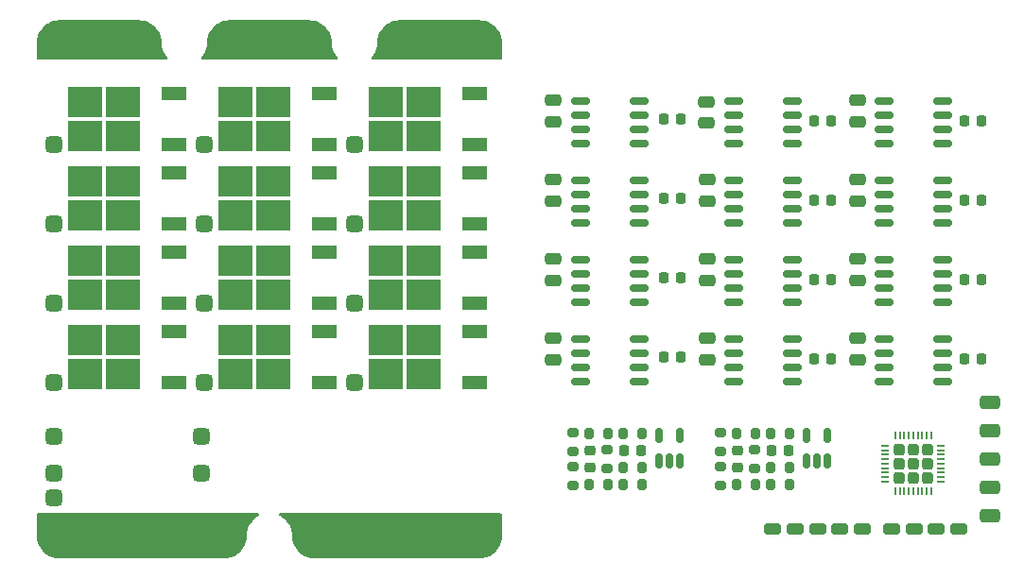
<source format=gbr>
%TF.GenerationSoftware,KiCad,Pcbnew,6.0.9-1.fc36*%
%TF.CreationDate,2022-11-17T16:54:59+00:00*%
%TF.ProjectId,esc,6573632e-6b69-4636-9164-5f7063625858,rev?*%
%TF.SameCoordinates,Original*%
%TF.FileFunction,Paste,Top*%
%TF.FilePolarity,Positive*%
%FSLAX46Y46*%
G04 Gerber Fmt 4.6, Leading zero omitted, Abs format (unit mm)*
G04 Created by KiCad (PCBNEW 6.0.9-1.fc36) date 2022-11-17 16:54:59*
%MOMM*%
%LPD*%
G01*
G04 APERTURE LIST*
G04 Aperture macros list*
%AMRoundRect*
0 Rectangle with rounded corners*
0 $1 Rounding radius*
0 $2 $3 $4 $5 $6 $7 $8 $9 X,Y pos of 4 corners*
0 Add a 4 corners polygon primitive as box body*
4,1,4,$2,$3,$4,$5,$6,$7,$8,$9,$2,$3,0*
0 Add four circle primitives for the rounded corners*
1,1,$1+$1,$2,$3*
1,1,$1+$1,$4,$5*
1,1,$1+$1,$6,$7*
1,1,$1+$1,$8,$9*
0 Add four rect primitives between the rounded corners*
20,1,$1+$1,$2,$3,$4,$5,0*
20,1,$1+$1,$4,$5,$6,$7,0*
20,1,$1+$1,$6,$7,$8,$9,0*
20,1,$1+$1,$8,$9,$2,$3,0*%
G04 Aperture macros list end*
%ADD10RoundRect,0.150000X0.675000X0.150000X-0.675000X0.150000X-0.675000X-0.150000X0.675000X-0.150000X0*%
%ADD11RoundRect,0.200000X0.200000X0.275000X-0.200000X0.275000X-0.200000X-0.275000X0.200000X-0.275000X0*%
%ADD12RoundRect,0.225000X0.225000X0.250000X-0.225000X0.250000X-0.225000X-0.250000X0.225000X-0.250000X0*%
%ADD13R,3.050000X2.750000*%
%ADD14R,2.200000X1.200000*%
%ADD15RoundRect,0.375000X-0.375000X-0.375000X0.375000X-0.375000X0.375000X0.375000X-0.375000X0.375000X0*%
%ADD16RoundRect,0.250000X0.475000X-0.250000X0.475000X0.250000X-0.475000X0.250000X-0.475000X-0.250000X0*%
%ADD17RoundRect,0.150000X0.150000X-0.512500X0.150000X0.512500X-0.150000X0.512500X-0.150000X-0.512500X0*%
%ADD18RoundRect,0.250000X0.500000X-0.250000X0.500000X0.250000X-0.500000X0.250000X-0.500000X-0.250000X0*%
%ADD19RoundRect,0.225000X-0.225000X-0.250000X0.225000X-0.250000X0.225000X0.250000X-0.225000X0.250000X0*%
%ADD20RoundRect,0.200000X-0.200000X-0.275000X0.200000X-0.275000X0.200000X0.275000X-0.200000X0.275000X0*%
%ADD21RoundRect,0.200000X0.275000X-0.200000X0.275000X0.200000X-0.275000X0.200000X-0.275000X-0.200000X0*%
%ADD22RoundRect,0.375000X0.375000X0.375000X-0.375000X0.375000X-0.375000X-0.375000X0.375000X-0.375000X0*%
%ADD23RoundRect,0.225000X-0.250000X0.225000X-0.250000X-0.225000X0.250000X-0.225000X0.250000X0.225000X0*%
%ADD24RoundRect,0.200000X-0.275000X0.200000X-0.275000X-0.200000X0.275000X-0.200000X0.275000X0.200000X0*%
%ADD25RoundRect,0.300000X0.600000X0.300000X-0.600000X0.300000X-0.600000X-0.300000X0.600000X-0.300000X0*%
%ADD26RoundRect,0.250000X-0.260000X-0.260000X0.260000X-0.260000X0.260000X0.260000X-0.260000X0.260000X0*%
%ADD27RoundRect,0.050000X-0.325000X-0.050000X0.325000X-0.050000X0.325000X0.050000X-0.325000X0.050000X0*%
%ADD28RoundRect,0.050000X0.050000X-0.325000X0.050000X0.325000X-0.050000X0.325000X-0.050000X-0.325000X0*%
%ADD29RoundRect,0.050000X-0.050000X-0.325000X0.050000X-0.325000X0.050000X0.325000X-0.050000X0.325000X0*%
%ADD30RoundRect,0.050000X0.325000X-0.050000X0.325000X0.050000X-0.325000X0.050000X-0.325000X-0.050000X0*%
G04 APERTURE END LIST*
D10*
%TO.C,U17*%
X132673000Y-101981000D03*
X132673000Y-100711000D03*
X132673000Y-99441000D03*
X132673000Y-98171000D03*
X127423000Y-98171000D03*
X127423000Y-99441000D03*
X127423000Y-100711000D03*
X127423000Y-101981000D03*
%TD*%
D11*
%TO.C,R32*%
X118946446Y-120864446D03*
X117296446Y-120864446D03*
%TD*%
D12*
%TO.C,C35*%
X122695000Y-99949000D03*
X121145000Y-99949000D03*
%TD*%
D13*
%TO.C,Q17*%
X82839000Y-115571000D03*
X86189000Y-112521000D03*
X82839000Y-112521000D03*
X86189000Y-115571000D03*
D14*
X90814000Y-116326000D03*
X90814000Y-111766000D03*
%TD*%
D10*
%TO.C,U11*%
X119211000Y-116205000D03*
X119211000Y-114935000D03*
X119211000Y-113665000D03*
X119211000Y-112395000D03*
X113961000Y-112395000D03*
X113961000Y-113665000D03*
X113961000Y-114935000D03*
X113961000Y-116205000D03*
%TD*%
D15*
%TO.C,J77*%
X80010000Y-102108000D03*
%TD*%
%TO.C,J11*%
X66294000Y-124460000D03*
%TD*%
%TO.C,J17*%
X53086000Y-116332000D03*
%TD*%
D16*
%TO.C,C40*%
X125095000Y-114234000D03*
X125095000Y-112334000D03*
%TD*%
D15*
%TO.C,J9*%
X53086000Y-124460000D03*
%TD*%
%TO.C,J41*%
X66548000Y-102108000D03*
%TD*%
D12*
%TO.C,C33*%
X122695000Y-107061000D03*
X121145000Y-107061000D03*
%TD*%
D13*
%TO.C,Q9*%
X69377000Y-98298000D03*
X72727000Y-98298000D03*
X69377000Y-101348000D03*
X72727000Y-101348000D03*
D14*
X77352000Y-102103000D03*
X77352000Y-97543000D03*
%TD*%
D10*
%TO.C,U9*%
X105495000Y-101981000D03*
X105495000Y-100711000D03*
X105495000Y-99441000D03*
X105495000Y-98171000D03*
X100245000Y-98171000D03*
X100245000Y-99441000D03*
X100245000Y-100711000D03*
X100245000Y-101981000D03*
%TD*%
D17*
%TO.C,U2*%
X107291750Y-123311500D03*
X108241750Y-123311500D03*
X109191750Y-123311500D03*
X109191750Y-121036500D03*
X107291750Y-121036500D03*
%TD*%
D15*
%TO.C,J83*%
X80010000Y-94996000D03*
%TD*%
D13*
%TO.C,Q21*%
X82839000Y-101347000D03*
X86189000Y-101347000D03*
X82839000Y-98297000D03*
X86189000Y-98297000D03*
D14*
X90814000Y-102102000D03*
X90814000Y-97542000D03*
%TD*%
D11*
%TO.C,R57*%
X105764750Y-125438249D03*
X104114750Y-125438249D03*
%TD*%
D16*
%TO.C,C42*%
X125095000Y-107122000D03*
X125095000Y-105222000D03*
%TD*%
D18*
%TO.C,J4*%
X117475000Y-129413000D03*
X119500000Y-129413000D03*
X121475000Y-129413000D03*
X123475000Y-129413000D03*
X125475000Y-129413000D03*
%TD*%
D16*
%TO.C,C28*%
X97790000Y-100010000D03*
X97790000Y-98110000D03*
%TD*%
D11*
%TO.C,R58*%
X118946446Y-125436446D03*
X117296446Y-125436446D03*
%TD*%
%TO.C,R22*%
X102716750Y-125438249D03*
X101066750Y-125438249D03*
%TD*%
D15*
%TO.C,J23*%
X53086000Y-109220000D03*
%TD*%
D19*
%TO.C,C12*%
X104164750Y-122390249D03*
X105714750Y-122390249D03*
%TD*%
D10*
%TO.C,U13*%
X119211000Y-101981000D03*
X119211000Y-100711000D03*
X119211000Y-99441000D03*
X119211000Y-98171000D03*
X113961000Y-98171000D03*
X113961000Y-99441000D03*
X113961000Y-100711000D03*
X113961000Y-101981000D03*
%TD*%
D12*
%TO.C,C41*%
X136157000Y-107061000D03*
X134607000Y-107061000D03*
%TD*%
%TO.C,C39*%
X136157000Y-114173000D03*
X134607000Y-114173000D03*
%TD*%
D20*
%TO.C,R30*%
X104114750Y-120866249D03*
X105764750Y-120866249D03*
%TD*%
D21*
%TO.C,R19*%
X115835446Y-123975446D03*
X115835446Y-122325446D03*
%TD*%
D12*
%TO.C,C29*%
X109233000Y-92710000D03*
X107683000Y-92710000D03*
%TD*%
D10*
%TO.C,U8*%
X105495000Y-109093000D03*
X105495000Y-107823000D03*
X105495000Y-106553000D03*
X105495000Y-105283000D03*
X100245000Y-105283000D03*
X100245000Y-106553000D03*
X100245000Y-107823000D03*
X100245000Y-109093000D03*
%TD*%
D15*
%TO.C,J35*%
X53086000Y-94996000D03*
%TD*%
D12*
%TO.C,C37*%
X122695000Y-92837000D03*
X121145000Y-92837000D03*
%TD*%
D15*
%TO.C,J88*%
X53086000Y-126619000D03*
%TD*%
D22*
%TO.C,J8*%
X53086000Y-121158000D03*
%TD*%
D23*
%TO.C,C8*%
X101129750Y-122377249D03*
X101129750Y-123927249D03*
%TD*%
D15*
%TO.C,J29*%
X53086000Y-102108000D03*
%TD*%
D16*
%TO.C,C36*%
X111633000Y-100010000D03*
X111633000Y-98110000D03*
%TD*%
D11*
%TO.C,R31*%
X105764750Y-123914249D03*
X104114750Y-123914249D03*
%TD*%
D10*
%TO.C,U14*%
X119211000Y-94869000D03*
X119211000Y-93599000D03*
X119211000Y-92329000D03*
X119211000Y-91059000D03*
X113961000Y-91059000D03*
X113961000Y-92329000D03*
X113961000Y-93599000D03*
X113961000Y-94869000D03*
%TD*%
D21*
%TO.C,R11*%
X112787446Y-125499446D03*
X112787446Y-123849446D03*
%TD*%
D10*
%TO.C,U15*%
X132673000Y-116205000D03*
X132673000Y-114935000D03*
X132673000Y-113665000D03*
X132673000Y-112395000D03*
X127423000Y-112395000D03*
X127423000Y-113665000D03*
X127423000Y-114935000D03*
X127423000Y-116205000D03*
%TD*%
D16*
%TO.C,C26*%
X97790000Y-107122000D03*
X97790000Y-105222000D03*
%TD*%
D24*
%TO.C,R10*%
X112787446Y-120801446D03*
X112787446Y-122451446D03*
%TD*%
D23*
%TO.C,C9*%
X114311446Y-122375446D03*
X114311446Y-123925446D03*
%TD*%
D12*
%TO.C,C31*%
X122695000Y-114173000D03*
X121145000Y-114173000D03*
%TD*%
D13*
%TO.C,Q19*%
X86189000Y-108461000D03*
X82839000Y-108461000D03*
X86189000Y-105411000D03*
X82839000Y-105411000D03*
D14*
X90814000Y-109216000D03*
X90814000Y-104656000D03*
%TD*%
D10*
%TO.C,U7*%
X105495000Y-116205000D03*
X105495000Y-114935000D03*
X105495000Y-113665000D03*
X105495000Y-112395000D03*
X100245000Y-112395000D03*
X100245000Y-113665000D03*
X100245000Y-114935000D03*
X100245000Y-116205000D03*
%TD*%
D15*
%TO.C,J53*%
X66548000Y-116332000D03*
%TD*%
D13*
%TO.C,Q5*%
X59265000Y-98298000D03*
X55915000Y-101348000D03*
X59265000Y-101348000D03*
X55915000Y-98298000D03*
D14*
X63890000Y-102103000D03*
X63890000Y-97543000D03*
%TD*%
D24*
%TO.C,R8*%
X99605750Y-120803249D03*
X99605750Y-122453249D03*
%TD*%
D25*
%TO.C,J3*%
X136906000Y-128270000D03*
X136906000Y-125730000D03*
X136906000Y-123190000D03*
X136906000Y-120650000D03*
X136906000Y-118110000D03*
%TD*%
D12*
%TO.C,C23*%
X109233000Y-114046000D03*
X107683000Y-114046000D03*
%TD*%
D16*
%TO.C,C34*%
X111633000Y-107122000D03*
X111633000Y-105222000D03*
%TD*%
D19*
%TO.C,C13*%
X117346446Y-122388446D03*
X118896446Y-122388446D03*
%TD*%
D12*
%TO.C,C27*%
X109233000Y-99822000D03*
X107683000Y-99822000D03*
%TD*%
D10*
%TO.C,U18*%
X132673000Y-94869000D03*
X132673000Y-93599000D03*
X132673000Y-92329000D03*
X132673000Y-91059000D03*
X127423000Y-91059000D03*
X127423000Y-92329000D03*
X127423000Y-93599000D03*
X127423000Y-94869000D03*
%TD*%
D13*
%TO.C,Q15*%
X69377000Y-94235000D03*
X69377000Y-91185000D03*
X72727000Y-91185000D03*
X72727000Y-94235000D03*
D14*
X77352000Y-94990000D03*
X77352000Y-90430000D03*
%TD*%
D12*
%TO.C,C45*%
X136157000Y-92837000D03*
X134607000Y-92837000D03*
%TD*%
D26*
%TO.C,U1*%
X131318000Y-124841000D03*
X128778000Y-123571000D03*
X128778000Y-122301000D03*
X128778000Y-124841000D03*
X131318000Y-122301000D03*
X130048000Y-123571000D03*
X131318000Y-123571000D03*
X130048000Y-124841000D03*
X130048000Y-122301000D03*
D27*
X127548000Y-121971000D03*
X127548000Y-122371000D03*
X127548000Y-122771000D03*
X127548000Y-123171000D03*
X127548000Y-123571000D03*
X127548000Y-123971000D03*
X127548000Y-124371000D03*
X127548000Y-124771000D03*
X127548000Y-125171000D03*
D28*
X128448000Y-126071000D03*
D29*
X128848000Y-126071000D03*
X129248000Y-126071000D03*
X129648000Y-126071000D03*
X130048000Y-126071000D03*
X130448000Y-126071000D03*
X130848000Y-126071000D03*
X131248000Y-126071000D03*
X131648000Y-126071000D03*
D30*
X132548000Y-125171000D03*
X132548000Y-124771000D03*
D27*
X132548000Y-124371000D03*
X132548000Y-123971000D03*
X132548000Y-123571000D03*
X132548000Y-123171000D03*
X132548000Y-122771000D03*
X132548000Y-122371000D03*
X132548000Y-121971000D03*
D28*
X131648000Y-121071000D03*
X131248000Y-121071000D03*
X130848000Y-121071000D03*
D29*
X130448000Y-121071000D03*
X130048000Y-121071000D03*
X129648000Y-121071000D03*
X129248000Y-121071000D03*
X128848000Y-121071000D03*
X128448000Y-121071000D03*
%TD*%
D16*
%TO.C,C30*%
X97790000Y-92898000D03*
X97790000Y-90998000D03*
%TD*%
D15*
%TO.C,J71*%
X80010000Y-109220000D03*
%TD*%
D21*
%TO.C,R17*%
X102653750Y-123977249D03*
X102653750Y-122327249D03*
%TD*%
D20*
%TO.C,R16*%
X101066750Y-120866249D03*
X102716750Y-120866249D03*
%TD*%
D13*
%TO.C,Q1*%
X55915000Y-115571000D03*
X59265000Y-112521000D03*
X55915000Y-112521000D03*
X59265000Y-115571000D03*
D14*
X63890000Y-116326000D03*
X63890000Y-111766000D03*
%TD*%
D10*
%TO.C,U12*%
X119211000Y-109093000D03*
X119211000Y-107823000D03*
X119211000Y-106553000D03*
X119211000Y-105283000D03*
X113961000Y-105283000D03*
X113961000Y-106553000D03*
X113961000Y-107823000D03*
X113961000Y-109093000D03*
%TD*%
D12*
%TO.C,C25*%
X109233000Y-106934000D03*
X107683000Y-106934000D03*
%TD*%
D10*
%TO.C,U16*%
X132673000Y-109093000D03*
X132673000Y-107823000D03*
X132673000Y-106553000D03*
X132673000Y-105283000D03*
X127423000Y-105283000D03*
X127423000Y-106553000D03*
X127423000Y-107823000D03*
X127423000Y-109093000D03*
%TD*%
D13*
%TO.C,Q23*%
X86189000Y-94235000D03*
X82839000Y-91185000D03*
X86189000Y-91185000D03*
X82839000Y-94235000D03*
D14*
X90814000Y-94990000D03*
X90814000Y-90430000D03*
%TD*%
D11*
%TO.C,R23*%
X115898446Y-125436446D03*
X114248446Y-125436446D03*
%TD*%
D16*
%TO.C,C38*%
X111506000Y-93025000D03*
X111506000Y-91125000D03*
%TD*%
D15*
%TO.C,J47*%
X66548000Y-109220000D03*
%TD*%
D12*
%TO.C,C43*%
X136157000Y-99949000D03*
X134607000Y-99949000D03*
%TD*%
D17*
%TO.C,U3*%
X120462000Y-123311500D03*
X121412000Y-123311500D03*
X122362000Y-123311500D03*
X122362000Y-121036500D03*
X120462000Y-121036500D03*
%TD*%
D13*
%TO.C,Q11*%
X72727000Y-108461000D03*
X69377000Y-105411000D03*
X72727000Y-105411000D03*
X69377000Y-108461000D03*
D14*
X77352000Y-109216000D03*
X77352000Y-104656000D03*
%TD*%
D20*
%TO.C,R18*%
X114248446Y-120864446D03*
X115898446Y-120864446D03*
%TD*%
D21*
%TO.C,R9*%
X99605750Y-125501249D03*
X99605750Y-123851249D03*
%TD*%
D13*
%TO.C,Q13*%
X69377000Y-112521000D03*
X72727000Y-112521000D03*
X72727000Y-115571000D03*
X69377000Y-115571000D03*
D14*
X77352000Y-116326000D03*
X77352000Y-111766000D03*
%TD*%
D15*
%TO.C,J10*%
X66294000Y-121158000D03*
%TD*%
D10*
%TO.C,U10*%
X105495000Y-94869000D03*
X105495000Y-93599000D03*
X105495000Y-92329000D03*
X105495000Y-91059000D03*
X100245000Y-91059000D03*
X100245000Y-92329000D03*
X100245000Y-93599000D03*
X100245000Y-94869000D03*
%TD*%
D13*
%TO.C,Q3*%
X59265000Y-105411000D03*
X55915000Y-108461000D03*
X59265000Y-108461000D03*
X55915000Y-105411000D03*
D14*
X63890000Y-109216000D03*
X63890000Y-104656000D03*
%TD*%
D16*
%TO.C,C32*%
X111633000Y-114234000D03*
X111633000Y-112334000D03*
%TD*%
D15*
%TO.C,J65*%
X80010000Y-116332000D03*
%TD*%
D18*
%TO.C,J6*%
X128143000Y-129421000D03*
X130143000Y-129421000D03*
X132118000Y-129421000D03*
X134143000Y-129421000D03*
%TD*%
D16*
%TO.C,C46*%
X125095000Y-92898000D03*
X125095000Y-90998000D03*
%TD*%
%TO.C,C44*%
X125095000Y-100010000D03*
X125095000Y-98110000D03*
%TD*%
%TO.C,C24*%
X97790000Y-114234000D03*
X97790000Y-112334000D03*
%TD*%
D15*
%TO.C,J59*%
X66548000Y-94996000D03*
%TD*%
D20*
%TO.C,R59*%
X117296446Y-123912446D03*
X118946446Y-123912446D03*
%TD*%
D13*
%TO.C,Q7*%
X55915000Y-91185000D03*
X59265000Y-91185000D03*
X59265000Y-94235000D03*
X55915000Y-94235000D03*
D14*
X63890000Y-94990000D03*
X63890000Y-90430000D03*
%TD*%
G36*
X91190488Y-83820321D02*
G01*
X91466193Y-83840040D01*
X91483987Y-83842598D01*
X91749674Y-83900394D01*
X91766924Y-83905459D01*
X92021682Y-84000479D01*
X92038035Y-84007948D01*
X92276675Y-84138256D01*
X92291798Y-84147975D01*
X92509466Y-84310919D01*
X92523052Y-84322692D01*
X92715308Y-84514948D01*
X92727081Y-84528534D01*
X92890025Y-84746202D01*
X92899744Y-84761325D01*
X93030052Y-84999965D01*
X93037521Y-85016318D01*
X93132541Y-85271076D01*
X93137606Y-85288326D01*
X93195402Y-85554013D01*
X93197960Y-85571807D01*
X93217679Y-85847512D01*
X93218000Y-85856501D01*
X93218000Y-87250000D01*
X93197998Y-87318121D01*
X93144342Y-87364614D01*
X93092000Y-87376000D01*
X81652679Y-87376000D01*
X81584558Y-87355998D01*
X81538065Y-87302342D01*
X81527961Y-87232068D01*
X81551811Y-87174491D01*
X81716726Y-86954190D01*
X81721586Y-86946628D01*
X81856217Y-86700070D01*
X81859943Y-86691911D01*
X81958121Y-86428689D01*
X81960645Y-86420092D01*
X82020361Y-86145578D01*
X82021638Y-86136696D01*
X82062040Y-85571807D01*
X82064598Y-85554013D01*
X82122394Y-85288326D01*
X82127459Y-85271076D01*
X82222479Y-85016318D01*
X82229948Y-84999965D01*
X82360256Y-84761325D01*
X82369975Y-84746202D01*
X82532919Y-84528534D01*
X82544692Y-84514948D01*
X82736948Y-84322692D01*
X82750534Y-84310919D01*
X82968202Y-84147975D01*
X82983325Y-84138256D01*
X83221965Y-84007948D01*
X83238318Y-84000479D01*
X83493076Y-83905459D01*
X83510326Y-83900394D01*
X83776013Y-83842598D01*
X83793807Y-83840040D01*
X84069512Y-83820321D01*
X84078501Y-83820000D01*
X91181499Y-83820000D01*
X91190488Y-83820321D01*
G37*
G36*
X60710488Y-83820321D02*
G01*
X60986193Y-83840040D01*
X61003987Y-83842598D01*
X61269674Y-83900394D01*
X61286924Y-83905459D01*
X61541682Y-84000479D01*
X61558035Y-84007948D01*
X61796675Y-84138256D01*
X61811798Y-84147975D01*
X62029466Y-84310919D01*
X62043052Y-84322692D01*
X62235308Y-84514948D01*
X62247081Y-84528534D01*
X62410025Y-84746202D01*
X62419744Y-84761325D01*
X62550052Y-84999965D01*
X62557521Y-85016318D01*
X62652541Y-85271076D01*
X62657606Y-85288326D01*
X62715402Y-85554013D01*
X62717960Y-85571807D01*
X62758362Y-86136696D01*
X62759639Y-86145578D01*
X62819355Y-86420092D01*
X62821879Y-86428689D01*
X62920057Y-86691911D01*
X62923783Y-86700070D01*
X63058414Y-86946628D01*
X63063274Y-86954190D01*
X63228189Y-87174491D01*
X63253000Y-87241011D01*
X63237909Y-87310385D01*
X63187706Y-87360588D01*
X63127321Y-87376000D01*
X51688000Y-87376000D01*
X51619879Y-87355998D01*
X51573386Y-87302342D01*
X51562000Y-87250000D01*
X51562000Y-85856501D01*
X51562321Y-85847512D01*
X51582040Y-85571807D01*
X51584598Y-85554013D01*
X51642394Y-85288326D01*
X51647459Y-85271076D01*
X51742479Y-85016318D01*
X51749948Y-84999965D01*
X51880256Y-84761325D01*
X51889975Y-84746202D01*
X52052919Y-84528534D01*
X52064692Y-84514948D01*
X52256948Y-84322692D01*
X52270534Y-84310919D01*
X52488202Y-84147975D01*
X52503325Y-84138256D01*
X52741965Y-84007948D01*
X52758318Y-84000479D01*
X53013076Y-83905459D01*
X53030326Y-83900394D01*
X53296013Y-83842598D01*
X53313807Y-83840040D01*
X53589512Y-83820321D01*
X53598501Y-83820000D01*
X60701499Y-83820000D01*
X60710488Y-83820321D01*
G37*
G36*
X75950488Y-83820321D02*
G01*
X76226193Y-83840040D01*
X76243987Y-83842598D01*
X76509674Y-83900394D01*
X76526924Y-83905459D01*
X76781682Y-84000479D01*
X76798035Y-84007948D01*
X77036675Y-84138256D01*
X77051798Y-84147975D01*
X77269466Y-84310919D01*
X77283052Y-84322692D01*
X77475308Y-84514948D01*
X77487081Y-84528534D01*
X77650025Y-84746202D01*
X77659744Y-84761325D01*
X77790052Y-84999965D01*
X77797521Y-85016318D01*
X77892541Y-85271076D01*
X77897606Y-85288326D01*
X77955402Y-85554013D01*
X77957960Y-85571807D01*
X77998362Y-86136696D01*
X77999639Y-86145578D01*
X78059355Y-86420092D01*
X78061879Y-86428689D01*
X78160057Y-86691911D01*
X78163783Y-86700070D01*
X78298414Y-86946628D01*
X78303274Y-86954190D01*
X78468189Y-87174491D01*
X78493000Y-87241011D01*
X78477909Y-87310385D01*
X78427706Y-87360588D01*
X78367321Y-87376000D01*
X66412679Y-87376000D01*
X66344558Y-87355998D01*
X66298065Y-87302342D01*
X66287961Y-87232068D01*
X66311811Y-87174491D01*
X66476726Y-86954190D01*
X66481586Y-86946628D01*
X66616217Y-86700070D01*
X66619943Y-86691911D01*
X66718121Y-86428689D01*
X66720645Y-86420092D01*
X66780361Y-86145578D01*
X66781638Y-86136696D01*
X66822040Y-85571807D01*
X66824598Y-85554013D01*
X66882394Y-85288326D01*
X66887459Y-85271076D01*
X66982479Y-85016318D01*
X66989948Y-84999965D01*
X67120256Y-84761325D01*
X67129975Y-84746202D01*
X67292919Y-84528534D01*
X67304692Y-84514948D01*
X67496948Y-84322692D01*
X67510534Y-84310919D01*
X67728202Y-84147975D01*
X67743325Y-84138256D01*
X67981965Y-84007948D01*
X67998318Y-84000479D01*
X68253076Y-83905459D01*
X68270326Y-83900394D01*
X68536013Y-83842598D01*
X68553807Y-83840040D01*
X68829512Y-83820321D01*
X68838501Y-83820000D01*
X75941499Y-83820000D01*
X75950488Y-83820321D01*
G37*
G36*
X71456624Y-128036002D02*
G01*
X71503117Y-128089658D01*
X71513221Y-128159932D01*
X71483727Y-128224512D01*
X71448888Y-128252588D01*
X71295372Y-128336414D01*
X71287810Y-128341274D01*
X71062926Y-128509619D01*
X71056138Y-128515502D01*
X70857502Y-128714138D01*
X70851619Y-128720926D01*
X70683274Y-128945810D01*
X70678414Y-128953372D01*
X70543783Y-129199930D01*
X70540057Y-129208089D01*
X70441879Y-129471311D01*
X70439355Y-129479908D01*
X70379639Y-129754422D01*
X70378362Y-129763304D01*
X70337960Y-130328193D01*
X70335402Y-130345987D01*
X70277606Y-130611674D01*
X70272541Y-130628924D01*
X70177521Y-130883682D01*
X70170052Y-130900035D01*
X70039744Y-131138675D01*
X70030025Y-131153798D01*
X69867081Y-131371466D01*
X69855308Y-131385052D01*
X69663052Y-131577308D01*
X69649466Y-131589081D01*
X69431798Y-131752025D01*
X69416675Y-131761744D01*
X69178035Y-131892052D01*
X69161682Y-131899521D01*
X68906924Y-131994541D01*
X68889674Y-131999606D01*
X68623987Y-132057402D01*
X68606193Y-132059960D01*
X68330488Y-132079679D01*
X68321499Y-132080000D01*
X53598501Y-132080000D01*
X53589512Y-132079679D01*
X53313807Y-132059960D01*
X53296013Y-132057402D01*
X53030326Y-131999606D01*
X53013076Y-131994541D01*
X52758318Y-131899521D01*
X52741965Y-131892052D01*
X52503325Y-131761744D01*
X52488202Y-131752025D01*
X52270534Y-131589081D01*
X52256948Y-131577308D01*
X52064692Y-131385052D01*
X52052919Y-131371466D01*
X51889975Y-131153798D01*
X51880256Y-131138675D01*
X51749948Y-130900035D01*
X51742479Y-130883682D01*
X51647459Y-130628924D01*
X51642394Y-130611674D01*
X51584598Y-130345987D01*
X51582040Y-130328193D01*
X51562321Y-130052488D01*
X51562000Y-130043499D01*
X51562000Y-128142000D01*
X51582002Y-128073879D01*
X51635658Y-128027386D01*
X51688000Y-128016000D01*
X71388503Y-128016000D01*
X71456624Y-128036002D01*
G37*
G36*
X93160121Y-128036002D02*
G01*
X93206614Y-128089658D01*
X93218000Y-128142000D01*
X93218000Y-130043499D01*
X93217679Y-130052488D01*
X93197960Y-130328193D01*
X93195402Y-130345987D01*
X93137606Y-130611674D01*
X93132541Y-130628924D01*
X93037521Y-130883682D01*
X93030052Y-130900035D01*
X92899744Y-131138675D01*
X92890025Y-131153798D01*
X92727081Y-131371466D01*
X92715308Y-131385052D01*
X92523052Y-131577308D01*
X92509466Y-131589081D01*
X92291798Y-131752025D01*
X92276675Y-131761744D01*
X92038035Y-131892052D01*
X92021682Y-131899521D01*
X91766924Y-131994541D01*
X91749674Y-131999606D01*
X91483987Y-132057402D01*
X91466193Y-132059960D01*
X91190488Y-132079679D01*
X91181499Y-132080000D01*
X76458501Y-132080000D01*
X76449512Y-132079679D01*
X76173807Y-132059960D01*
X76156013Y-132057402D01*
X75890326Y-131999606D01*
X75873076Y-131994541D01*
X75618318Y-131899521D01*
X75601965Y-131892052D01*
X75363325Y-131761744D01*
X75348202Y-131752025D01*
X75130534Y-131589081D01*
X75116948Y-131577308D01*
X74924692Y-131385052D01*
X74912919Y-131371466D01*
X74749975Y-131153798D01*
X74740256Y-131138675D01*
X74609948Y-130900035D01*
X74602479Y-130883682D01*
X74507459Y-130628924D01*
X74502394Y-130611674D01*
X74444598Y-130345987D01*
X74442040Y-130328193D01*
X74401638Y-129763304D01*
X74400361Y-129754422D01*
X74340645Y-129479908D01*
X74338121Y-129471311D01*
X74239943Y-129208089D01*
X74236217Y-129199930D01*
X74101586Y-128953372D01*
X74096726Y-128945810D01*
X73928381Y-128720926D01*
X73922498Y-128714138D01*
X73723862Y-128515502D01*
X73717074Y-128509619D01*
X73492190Y-128341274D01*
X73484628Y-128336414D01*
X73331112Y-128252588D01*
X73280909Y-128202385D01*
X73265818Y-128133011D01*
X73290629Y-128066491D01*
X73347464Y-128023944D01*
X73391497Y-128016000D01*
X93092000Y-128016000D01*
X93160121Y-128036002D01*
G37*
M02*

</source>
